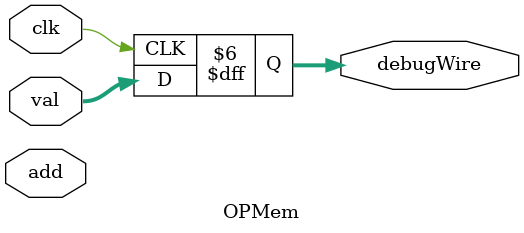
<source format=v>
/*
Ports :-
INPUT  :  1 OP address, 1 value (1 byte)
OUTPUT :  NO 
*/
module OPMem(clk,add,val,debugWire);

	input clk;
	input [18:0] add;
	input  [7:0] val;
	output [7:0] debugWire;
	reg    [7:0] debugWire;
	
	reg [7:0] op_mem_blk [480000:0]; //512kB
	
	always@(posedge clk)
	begin
		op_mem_blk[add] <= val;
		debugWire <= val;
	end
	
endmodule

</source>
